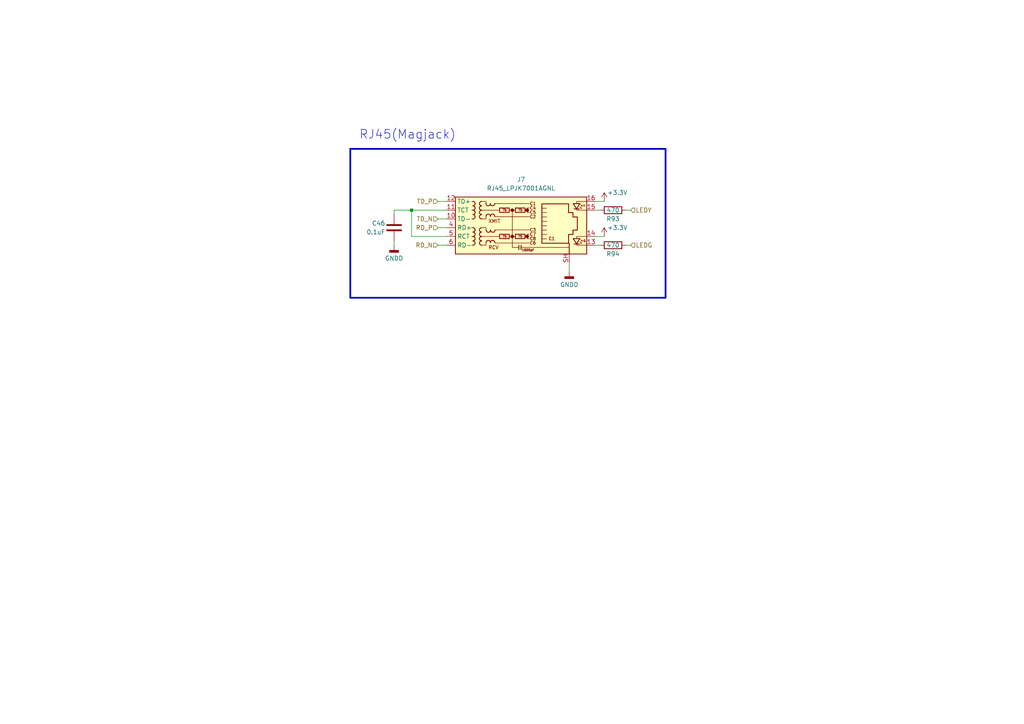
<source format=kicad_sch>
(kicad_sch (version 20230121) (generator eeschema)
  (paper "A4")
  (lib_symbols
    (symbol "Connector:RJ45_Hanrun_HR911105A_Horizontal"
      (property "Reference" "J7" (at 1.27 13.97 0))
      (property "Value" "RJ45_LPJK7001AGNL" (at 1.27 11.43 0))
      (symbol "RJ45_Hanrun_HR911105A_Horizontal_0_0"
        (circle (center -1.27 -2.54) (radius 0.0001) (stroke (width 0.508)))
        (circle (center -1.27 5.08) (radius 0.0001) (stroke (width 0.508)))
        (polyline (pts (xy -1.27 5.08) (xy -1.27 -5.715)))
        (polyline (pts (xy 0.635 -5.08) (xy 0.635 -6.35)) (stroke (width 0.254)))
        (polyline (pts (xy 1.27 -5.08) (xy 1.27 -6.35)) (stroke (width 0.254)))
        (polyline (pts (xy 3.048 -2.54) (xy 2.54 -2.54)))
        (polyline (pts (xy 3.048 5.08) (xy 2.54 5.08)))
        (polyline (pts (xy 17.399 -3.175) (xy 17.399 -2.54) (xy 20.32 -2.54)))
        (polyline (pts (xy 17.399 6.985) (xy 17.399 7.62) (xy 20.32 7.62)))
        (polyline (pts (xy 20.32 -5.08) (xy 17.399 -5.08) (xy 17.399 -4.572)))
        (polyline (pts (xy 20.32 5.08) (xy 17.399 5.08) (xy 17.399 5.588)))
        (polyline (pts (xy 3.683 -1.905) (xy 3.048 -1.905) (xy 3.048 -3.175) (xy 3.683 -3.175)))
        (polyline (pts (xy 3.683 5.715) (xy 3.048 5.715) (xy 3.048 4.445) (xy 3.683 4.445)))
        (circle (center 3.048 -2.54) (radius 0.0001) (stroke (width 0.508)))
        (circle (center 3.048 5.08) (radius 0.0001) (stroke (width 0.508)))
        (text "C1" (at 4.699 6.985 0) (effects (font (size 0.889 0.889))))
        (text "C1" (at 10.16 -3.175 0) (effects (font (size 0.889 0.889))))
        (text "C2" (at 4.699 3.175 0) (effects (font (size 0.889 0.889))))
        (text "C3" (at 4.699 -0.635 0) (effects (font (size 0.889 0.889))))
        (text "C4" (at 4.699 5.715 0) (effects (font (size 0.889 0.889))))
        (text "C5" (at 4.699 4.445 0) (effects (font (size 0.889 0.889))))
        (text "C6" (at 4.699 -4.445 0) (effects (font (size 0.889 0.889))))
        (text "C7" (at 4.699 -1.905 0) (effects (font (size 0.889 0.889))))
        (text "C8" (at 4.699 -3.175 0) (effects (font (size 0.889 0.889))))
        (text "RCV" (at -8.255 -5.715 0) (effects (font (size 1.016 1.016)) (justify left)))
        (text "XMIT" (at -8.255 1.905 0) (effects (font (size 1.016 1.016)) (justify left)))
      )
      (symbol "RJ45_Hanrun_HR911105A_Horizontal_0_1"
        (rectangle (start -17.78 8.89) (end 20.32 -7.62) (stroke (width 0.254)) (fill (type background)))
        (polyline (pts (xy -12.7 -5.08) (xy -13.081 -5.08)))
        (polyline (pts (xy -12.7 -2.54) (xy -13.081 -2.54)))
        (polyline (pts (xy -12.7 0) (xy -13.081 0)))
        (polyline (pts (xy -12.7 2.54) (xy -13.081 2.54)))
        (polyline (pts (xy -12.7 5.08) (xy -13.081 5.08)))
        (polyline (pts (xy -12.7 7.62) (xy -13.081 7.62)))
        (polyline (pts (xy -6.35 -4.445) (xy 3.683 -4.445)))
        (polyline (pts (xy -6.35 3.175) (xy 3.683 3.175)))
        (polyline (pts (xy -6.35 6.985) (xy 3.683 6.985)))
        (polyline (pts (xy -6.223 -0.635) (xy 3.683 -0.635)))
        (polyline (pts (xy -5.08 -2.54) (xy -10.16 -2.54)))
        (polyline (pts (xy -4.953 5.08) (xy -10.16 5.08)))
        (polyline (pts (xy -2.159 -2.54) (xy -0.381 -2.54)))
        (polyline (pts (xy -2.159 5.08) (xy -0.381 5.08)))
        (polyline (pts (xy 0.635 -5.715) (xy -1.27 -5.715)))
        (polyline (pts (xy 7.4295 -1.9685) (xy 8.6995 -1.9685)))
        (polyline (pts (xy 7.4295 -0.6985) (xy 8.6995 -0.6985)))
        (polyline (pts (xy 7.4295 0.5715) (xy 8.6995 0.5715)))
        (polyline (pts (xy 7.4295 1.8415) (xy 8.6995 1.8415)))
        (polyline (pts (xy 7.4295 3.1115) (xy 8.6995 3.1115)))
        (polyline (pts (xy 8.6995 -3.2385) (xy 7.4295 -3.2385)))
        (polyline (pts (xy 8.6995 4.3815) (xy 7.4295 4.3815)))
        (polyline (pts (xy 8.6995 5.6515) (xy 7.4295 5.6515)))
        (polyline (pts (xy 15.24 -5.715) (xy 1.27 -5.715)))
        (polyline (pts (xy -10.16 0) (xy -8.89 0) (xy -8.89 -0.635)))
        (polyline (pts (xy -10.16 7.62) (xy -8.89 7.62) (xy -8.89 6.985)))
        (polyline (pts (xy -8.89 -4.445) (xy -8.89 -5.08) (xy -10.16 -5.08)))
        (polyline (pts (xy -8.89 3.175) (xy -8.89 2.54) (xy -10.16 2.54)))
      )
      (symbol "RJ45_Hanrun_HR911105A_Horizontal_1_0"
        (text "1000pF" (at 3.302 -6.477 0) (effects (font (size 0.635 0.635))))
      )
      (symbol "RJ45_Hanrun_HR911105A_Horizontal_1_1"
        (arc (start -12.7 -1.27) (mid -12.0677 -0.635) (end -12.7 0) (stroke (width 0.254)))
        (arc (start -12.6973 -5.08) (mid -12.065 -4.445) (end -12.6973 -3.81) (stroke (width 0.254)))
        (arc (start -12.6973 -3.81) (mid -12.065 -3.175) (end -12.6973 -2.54) (stroke (width 0.254)))
        (arc (start -12.6973 -2.54) (mid -12.065 -1.905) (end -12.6973 -1.27) (stroke (width 0.254)))
        (arc (start -12.6973 6.35) (mid -12.065 6.985) (end -12.6973 7.62) (stroke (width 0.254)))
        (arc (start -12.6946 2.54) (mid -12.0623 3.175) (end -12.6946 3.81) (stroke (width 0.254)))
        (arc (start -12.6946 3.81) (mid -12.0623 4.445) (end -12.6946 5.08) (stroke (width 0.254)))
        (arc (start -12.6946 5.08) (mid -12.0623 5.715) (end -12.6946 6.35) (stroke (width 0.254)))
        (arc (start -10.1654 -2.54) (mid -10.7977 -3.175) (end -10.1654 -3.81) (stroke (width 0.254)))
        (arc (start -10.1654 -1.27) (mid -10.7977 -1.905) (end -10.1654 -2.54) (stroke (width 0.254)))
        (arc (start -10.1654 0) (mid -10.7977 -0.635) (end -10.1654 -1.27) (stroke (width 0.254)))
        (arc (start -10.1654 5.08) (mid -10.7977 4.445) (end -10.1654 3.81) (stroke (width 0.254)))
        (arc (start -10.1654 6.35) (mid -10.7977 5.715) (end -10.1654 5.08) (stroke (width 0.254)))
        (arc (start -10.1654 7.62) (mid -10.7977 6.985) (end -10.1654 6.35) (stroke (width 0.254)))
        (arc (start -10.1627 -3.81) (mid -10.795 -4.445) (end -10.1627 -5.08) (stroke (width 0.254)))
        (arc (start -10.1627 3.81) (mid -10.795 3.175) (end -10.1627 2.54) (stroke (width 0.254)))
        (arc (start -8.89 6.9823) (mid -8.255 6.35) (end -7.62 6.9823) (stroke (width 0.254)))
        (arc (start -8.8265 -0.7012) (mid -8.1915 -1.3335) (end -7.5565 -0.7012) (stroke (width 0.254)))
        (arc (start -7.62 -4.3153) (mid -8.255 -3.683) (end -8.89 -4.3153) (stroke (width 0.254)))
        (arc (start -7.62 3.3047) (mid -8.255 3.937) (end -8.89 3.3047) (stroke (width 0.254)))
        (arc (start -7.62 6.985) (mid -6.985 6.3527) (end -6.35 6.985) (stroke (width 0.254)))
        (arc (start -7.5565 -0.6985) (mid -6.9215 -1.3308) (end -6.2865 -0.6985) (stroke (width 0.254)))
        (arc (start -6.35 -4.3126) (mid -6.985 -3.6803) (end -7.62 -4.3126) (stroke (width 0.254)))
        (arc (start -6.35 3.3074) (mid -6.985 3.9397) (end -7.62 3.3074) (stroke (width 0.254)))
        (rectangle (start -4.953 -1.905) (end -2.159 -3.175) (stroke (width 0.254)))
        (rectangle (start -4.953 5.715) (end -2.159 4.445) (stroke (width 0.254)))
        (rectangle (start -0.381 -1.905) (end 2.413 -3.175) (stroke (width 0.254)))
        (rectangle (start -0.381 5.715) (end 2.413 4.445) (stroke (width 0.254)))
        (polyline (pts (xy 15.24 -7.62) (xy 15.24 -4.572)) (stroke (width 0.254)))
        (polyline (pts (xy 18.161 -4.699) (xy 16.637 -4.699)) (stroke (width 0.254)))
        (polyline (pts (xy 18.161 5.461) (xy 16.637 5.461)) (stroke (width 0.254)))
        (polyline (pts (xy 18.796 -4.572) (xy 18.796 -4.318)))
        (polyline (pts (xy 18.796 5.588) (xy 18.796 5.842)))
        (polyline (pts (xy 19.05 -3.937) (xy 19.05 -3.683)))
        (polyline (pts (xy 19.05 6.223) (xy 19.05 6.477)))
        (polyline (pts (xy 18.288 -4.064) (xy 18.796 -4.572) (xy 18.542 -4.572)))
        (polyline (pts (xy 18.288 6.096) (xy 18.796 5.588) (xy 18.542 5.588)))
        (polyline (pts (xy 18.542 -3.429) (xy 19.05 -3.937) (xy 18.796 -3.937)))
        (polyline (pts (xy 18.542 6.731) (xy 19.05 6.223) (xy 18.796 6.223)))
        (polyline (pts (xy 18.288 -3.175) (xy 16.383 -3.175) (xy 17.399 -4.699) (xy 18.288 -3.175)) (stroke (width 0.254)))
        (polyline (pts (xy 18.288 6.985) (xy 16.383 6.985) (xy 17.399 5.461) (xy 18.288 6.985)) (stroke (width 0.254)))
        (polyline (pts (xy 7.3025 -4.5085) (xy 7.3025 6.9215) (xy 15.0495 6.9215) (xy 15.0495 4.3815) (xy 16.3195 4.3815) (xy 16.3195 3.1115) (xy 17.5895 3.1115) (xy 17.5895 -0.6985) (xy 16.3195 -0.6985) (xy 16.3195 -1.9685) (xy 15.0495 -1.9685) (xy 15.0495 -4.5085) (xy 7.3025 -4.5085)) (stroke (width 0.254)))
        (text "75" (at -3.556 -2.54 0) (effects (font (size 0.635 0.635))))
        (text "75" (at -3.556 5.08 0) (effects (font (size 0.635 0.635))))
        (text "75" (at 1.016 -2.54 0) (effects (font (size 0.635 0.635))))
        (text "75" (at 1.016 5.08 0) (effects (font (size 0.635 0.635))))
        (text "G" (at 19.685 -3.81 0) (effects (font (size 0.635 0.635))))
        (text "Y" (at 19.558 6.35 0) (effects (font (size 0.635 0.635))))
        (pin passive line (at -20.32 2.54 0) (length 2.54) (name "TD-") (number "10"))
        (pin passive line (at -20.32 5.08 0) (length 2.54) (name "TCT") (number "11"))
        (pin passive line (at -20.32 7.62 0) (length 2.54) (name "TD+") (number "12"))
        (pin passive line (at 22.86 -5.08 180) (length 2.54) (name "") (number "13"))
        (pin passive line (at 22.86 -2.54 180) (length 2.54) (name "") (number "14"))
        (pin passive line (at 22.86 5.08 180) (length 2.54) (name "") (number "15"))
        (pin passive line (at 22.86 7.62 180) (length 2.54) (name "") (number "16"))
        (pin passive line (at -20.32 0 0) (length 2.54) (name "RD+") (number "4"))
        (pin passive line (at -20.32 -2.54 0) (length 2.54) (name "RCT") (number "5"))
        (pin passive line (at -20.32 -5.08 0) (length 2.54) (name "RD-") (number "6"))
        (pin passive line (at 15.24 -10.16 90) (length 2.54) (name "") (number "SH"))
      )
    )
    (symbol "Device:C" (pin_numbers hide) (pin_names (offset 0.254))
      (property "Reference" "C" (at 0.635 2.54 0))
      (property "Value" "C" (at 0.635 -2.54 0))
      (symbol "C_0_1"
        (polyline (pts (xy -2.032 -0.762) (xy 2.032 -0.762)) (stroke (width 0.508)))
        (polyline (pts (xy -2.032 0.762) (xy 2.032 0.762)) (stroke (width 0.508)))
      )
      (symbol "C_1_1"
        (pin passive line (at 0 3.81 270) (length 2.794) (name "~") (number "1"))
        (pin passive line (at 0 -3.81 90) (length 2.794) (name "~") (number "2"))
      )
    )
    (symbol "Device:R" (pin_numbers hide) (pin_names (offset 0))
      (property "Reference" "R" (at 2.032 0 90))
      (property "Value" "R" (at 0 0 90))
      (symbol "R_0_1"
        (rectangle (start -1.016 -2.54) (end 1.016 2.54) (stroke (width 0.254)))
      )
      (symbol "R_1_1"
        (pin passive line (at 0 3.81 270) (length 1.27) (name "~") (number "1"))
        (pin passive line (at 0 -3.81 90) (length 1.27) (name "~") (number "2"))
      )
    )
    (symbol "power:+3.3V" (power) (pin_names (offset 0))
      (property "Value" "+3.3V" (at 0 3.556 0))
      (symbol "+3.3V_0_1"
        (polyline (pts (xy -0.762 1.27) (xy 0 2.54)))
        (polyline (pts (xy 0 0) (xy 0 2.54)))
        (polyline (pts (xy 0 2.54) (xy 0.762 1.27)))
      )
      (symbol "+3.3V_1_1"
        (pin power_in line (at 0 0 90) (length 0) hide (name "+3.3V") (number "1"))
      )
    )
    (symbol "power:GNDD" (power) (pin_names (offset 0))
      (property "Value" "GNDD" (at 0 -3.175 0))
      (symbol "GNDD_0_1"
        (rectangle (start -1.27 -1.524) (end 1.27 -2.032) (stroke (width 0.254)) (fill (type outline)))
        (polyline (pts (xy 0 0) (xy 0 -1.524)))
      )
      (symbol "GNDD_1_1"
        (pin power_in line (at 0 0 270) (length 0) hide (name "GNDD") (number "1"))
      )
    )
  )
  (junction (at 119.38 60.96))
  (wire (pts (xy 119.38 68.58) (xy 129.54 68.58)))
  (wire (pts (xy 127 71.12) (xy 129.54 71.12)))
  (wire (pts (xy 172.72 58.42) (xy 175.26 58.42)))
  (wire (pts (xy 119.38 60.96) (xy 119.38 68.58)))
  (wire (pts (xy 172.72 71.12) (xy 173.99 71.12)))
  (wire (pts (xy 127 58.42) (xy 129.54 58.42)))
  (wire (pts (xy 114.3 62.23) (xy 114.3 60.96)))
  (wire (pts (xy 181.61 71.12) (xy 182.88 71.12)))
  (wire (pts (xy 129.54 60.96) (xy 119.38 60.96)))
  (wire (pts (xy 172.72 60.96) (xy 173.99 60.96)))
  (wire (pts (xy 172.72 68.58) (xy 175.26 68.58)))
  (wire (pts (xy 114.3 69.85) (xy 114.3 71.12)))
  (wire (pts (xy 165.1 76.2) (xy 165.1 78.74)))
  (wire (pts (xy 114.3 60.96) (xy 119.38 60.96)))
  (wire (pts (xy 127 63.5) (xy 129.54 63.5)))
  (wire (pts (xy 181.61 60.96) (xy 182.88 60.96)))
  (wire (pts (xy 127 66.04) (xy 129.54 66.04)))
  (rectangle (start 101.6 43.18) (end 193.04 86.36) (stroke (width 0.5)))
  (text "RJ45(Magjack)" (at 104.14 40.64 0) (effects (font (size 2.54 2.54)) (justify left bottom)))
  (hierarchical_label "RD_N" (shape input) (at 127 71.12 180))
  (hierarchical_label "LEDG" (shape input) (at 182.88 71.12 0))
  (hierarchical_label "TD_P" (shape input) (at 127 58.42 180))
  (hierarchical_label "LEDY" (shape input) (at 182.88 60.96 0))
  (hierarchical_label "RD_P" (shape input) (at 127 66.04 180))
  (hierarchical_label "TD_N" (shape input) (at 127 63.5 180))
  (symbol (lib_id "power:+3.3V") (at 175.26 68.58 0) (unit 1)
    (property "Reference" "#PWR0127" (effects hide))
    (property "Value" "+3.3V" (at 179.07 66.04 0))
  )
  (symbol (lib_id "power:GNDD") (at 114.3 71.12 0) (unit 1)
    (property "Reference" "#PWR0124" (effects hide))
    (property "Value" "GNDD" (at 114.3 74.93 0))
  )
  (symbol (lib_id "Device:C") (at 114.3 66.04 0) (mirror y) (unit 1)
    (property "Reference" "C46" (at 111.76 64.77 0) (effects (justify left)))
    (property "Value" "0.1uF" (at 111.76 67.31 0) (effects (justify left)))
    (property "Footprint" "Capacitor_SMD:C_0402_1005Metric" (effects hide))
  )
  (symbol (lib_id "Device:R") (at 177.8 71.12 270) (mirror x) (unit 1)
    (property "Reference" "R94" (at 177.8 73.66 90))
    (property "Value" "470" (at 177.8 71.12 90))
    (property "Footprint" "Resistor_SMD:R_0402_1005Metric" (effects hide))
  )
  (symbol (lib_id "Connector:RJ45_Hanrun_HR911105A_Horizontal") (at 149.86 66.04 0) (unit 1)
    (property "Reference" "J7" (at 151.13 52.07 0))
    (property "Value" "RJ45_LPJK7001AGNL" (at 151.13 54.61 0))
    (property "Footprint" "TomoshibiLibrary:Connector_RJ45_LPJK7001AGNL" (effects hide))
    (property "Datasheet" "https://datasheet.lcsc.com/lcsc/1811141815_HANRUN-Zhongshan-HanRun-Elec-HR911105A_C12074.pdf" (effects hide))
  )
  (symbol (lib_id "Device:R") (at 177.8 60.96 270) (mirror x) (unit 1)
    (property "Reference" "R93" (at 177.8 63.5 90))
    (property "Value" "470" (at 177.8 60.96 90))
    (property "Footprint" "Resistor_SMD:R_0402_1005Metric" (effects hide))
  )
  (symbol (lib_id "power:+3.3V") (at 175.26 58.42 0) (unit 1)
    (property "Reference" "#PWR0126" (effects hide))
    (property "Value" "+3.3V" (at 179.07 55.88 0))
  )
  (symbol (lib_id "power:GNDD") (at 165.1 78.74 0) (unit 1)
    (property "Reference" "#PWR0125" (effects hide))
    (property "Value" "GNDD" (at 165.1 82.55 0))
  )
)
</source>
